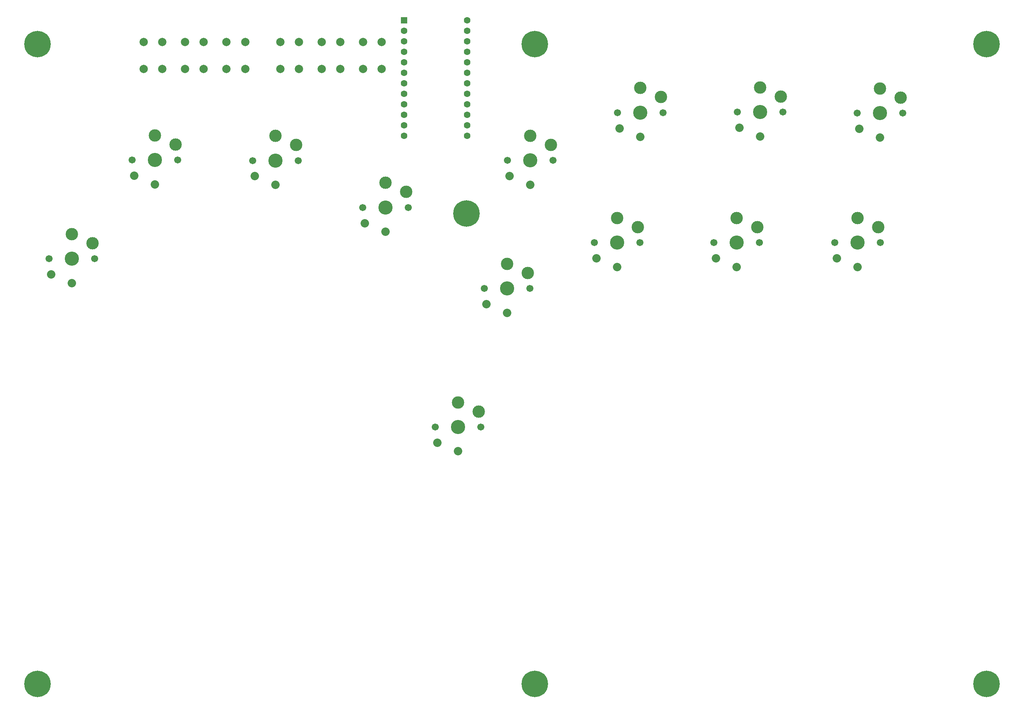
<source format=gts>
%TF.GenerationSoftware,KiCad,Pcbnew,(6.0.7)*%
%TF.CreationDate,2022-08-15T09:32:31+10:00*%
%TF.ProjectId,Flatbox-rev1_1_goldenratio,466c6174-626f-4782-9d72-6576315f315f,rev?*%
%TF.SameCoordinates,Original*%
%TF.FileFunction,Soldermask,Top*%
%TF.FilePolarity,Negative*%
%FSLAX46Y46*%
G04 Gerber Fmt 4.6, Leading zero omitted, Abs format (unit mm)*
G04 Created by KiCad (PCBNEW (6.0.7)) date 2022-08-15 09:32:31*
%MOMM*%
%LPD*%
G01*
G04 APERTURE LIST*
%ADD10C,3.429000*%
%ADD11C,1.701800*%
%ADD12C,3.000000*%
%ADD13C,2.032000*%
%ADD14C,6.400000*%
%ADD15C,2.000000*%
%ADD16R,1.600000X1.600000*%
%ADD17C,1.600000*%
G04 APERTURE END LIST*
D10*
X105680000Y-56210000D03*
D11*
X111180000Y-56210000D03*
D12*
X105680000Y-50260000D03*
X110680000Y-52460000D03*
D11*
X100180000Y-56210000D03*
D13*
X105680000Y-62110000D03*
X100680000Y-60010000D03*
D12*
X137280000Y-63810000D03*
D10*
X132280000Y-67560000D03*
D11*
X126780000Y-67560000D03*
D12*
X132280000Y-61610000D03*
D11*
X137780000Y-67560000D03*
D13*
X132280000Y-73460000D03*
X127280000Y-71360000D03*
D10*
X149780000Y-120660000D03*
D12*
X154780000Y-116910000D03*
D11*
X144280000Y-120660000D03*
X155280000Y-120660000D03*
D12*
X149780000Y-114710000D03*
D13*
X149780000Y-126560000D03*
X144780000Y-124460000D03*
D11*
X161720000Y-56150000D03*
X172720000Y-56150000D03*
D10*
X167220000Y-56150000D03*
D12*
X167220000Y-50200000D03*
X172220000Y-52400000D03*
D13*
X167220000Y-62050000D03*
X162220000Y-59950000D03*
D11*
X199280000Y-44620000D03*
X188280000Y-44620000D03*
D12*
X193780000Y-38670000D03*
D10*
X193780000Y-44620000D03*
D12*
X198780000Y-40870000D03*
D13*
X193780000Y-50520000D03*
X188780000Y-48420000D03*
D12*
X222750000Y-38550000D03*
D11*
X228250000Y-44500000D03*
D10*
X222750000Y-44500000D03*
D11*
X217250000Y-44500000D03*
D12*
X227750000Y-40750000D03*
D13*
X222750000Y-50400000D03*
X217750000Y-48300000D03*
D12*
X256720000Y-40990000D03*
X251720000Y-38790000D03*
D11*
X246220000Y-44740000D03*
X257220000Y-44740000D03*
D10*
X251720000Y-44740000D03*
D13*
X251720000Y-50640000D03*
X246720000Y-48540000D03*
D12*
X161610000Y-81240000D03*
X166610000Y-83440000D03*
D10*
X161610000Y-87190000D03*
D11*
X156110000Y-87190000D03*
X167110000Y-87190000D03*
D13*
X161610000Y-93090000D03*
X156610000Y-90990000D03*
D10*
X188220000Y-76080000D03*
D11*
X193720000Y-76080000D03*
X182720000Y-76080000D03*
D12*
X193220000Y-72330000D03*
X188220000Y-70130000D03*
D13*
X188220000Y-81980000D03*
X183220000Y-79880000D03*
D10*
X217070000Y-76080000D03*
D12*
X217070000Y-70130000D03*
D11*
X211570000Y-76080000D03*
D12*
X222070000Y-72330000D03*
D11*
X222570000Y-76080000D03*
D13*
X217070000Y-81980000D03*
X212070000Y-79880000D03*
D11*
X240780000Y-76080000D03*
D12*
X251280000Y-72330000D03*
D10*
X246280000Y-76080000D03*
D11*
X251780000Y-76080000D03*
D12*
X246280000Y-70130000D03*
D13*
X246280000Y-81980000D03*
X241280000Y-79880000D03*
D14*
X48220000Y-28040000D03*
X48220000Y-182790000D03*
X277480000Y-182785000D03*
X277480000Y-28035000D03*
D11*
X71085000Y-56090000D03*
X82085000Y-56090000D03*
D12*
X81585000Y-52340000D03*
D10*
X76585000Y-56090000D03*
D12*
X76585000Y-50140000D03*
D13*
X76585000Y-61990000D03*
X71585000Y-59890000D03*
D14*
X168360000Y-28040000D03*
D15*
X106860000Y-27540000D03*
X106860000Y-34040000D03*
X111360000Y-27540000D03*
X111360000Y-34040000D03*
X83860000Y-34040000D03*
X83860000Y-27540000D03*
X88360000Y-27540000D03*
X88360000Y-34040000D03*
X116860000Y-34040000D03*
X116860000Y-27540000D03*
X121360000Y-27540000D03*
X121360000Y-34040000D03*
X73860000Y-27540000D03*
X73860000Y-34040000D03*
X78360000Y-34040000D03*
X78360000Y-27540000D03*
X93860000Y-27540000D03*
X93860000Y-34040000D03*
X98360000Y-27540000D03*
X98360000Y-34040000D03*
X126860000Y-27540000D03*
X126860000Y-34040000D03*
X131360000Y-27540000D03*
X131360000Y-34040000D03*
D14*
X151860000Y-69040000D03*
X168360000Y-182790000D03*
D16*
X136740000Y-22320000D03*
D17*
X136740000Y-24860000D03*
X136740000Y-27400000D03*
X136740000Y-29940000D03*
X136740000Y-32480000D03*
X136740000Y-35020000D03*
X136740000Y-37560000D03*
X136740000Y-40100000D03*
X136740000Y-42640000D03*
X136740000Y-45180000D03*
X136740000Y-47720000D03*
X136740000Y-50260000D03*
X151980000Y-50260000D03*
X151980000Y-47720000D03*
X151980000Y-45180000D03*
X151980000Y-42640000D03*
X151980000Y-40100000D03*
X151980000Y-37560000D03*
X151980000Y-35020000D03*
X151980000Y-32480000D03*
X151980000Y-29940000D03*
X151980000Y-27400000D03*
X151980000Y-24860000D03*
X151980000Y-22320000D03*
D10*
X56460000Y-79940000D03*
D11*
X50960000Y-79940000D03*
X61960000Y-79940000D03*
D12*
X56460000Y-73990000D03*
X61460000Y-76190000D03*
D13*
X56460000Y-85840000D03*
X51460000Y-83740000D03*
M02*

</source>
